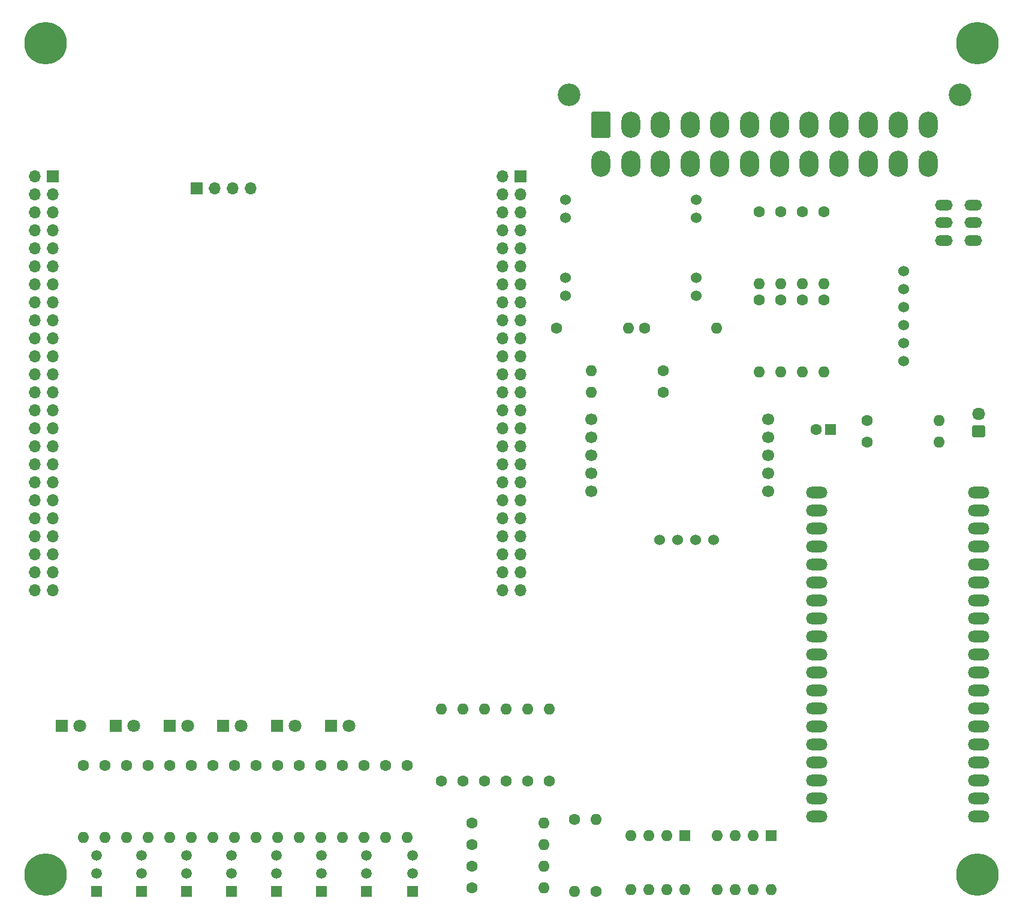
<source format=gbr>
%TF.GenerationSoftware,KiCad,Pcbnew,7.0.7*%
%TF.CreationDate,2023-09-23T19:58:08+09:00*%
%TF.ProjectId,TMA-1,544d412d-312e-46b6-9963-61645f706362,rev?*%
%TF.SameCoordinates,Original*%
%TF.FileFunction,Soldermask,Top*%
%TF.FilePolarity,Negative*%
%FSLAX46Y46*%
G04 Gerber Fmt 4.6, Leading zero omitted, Abs format (unit mm)*
G04 Created by KiCad (PCBNEW 7.0.7) date 2023-09-23 19:58:08*
%MOMM*%
%LPD*%
G01*
G04 APERTURE LIST*
G04 Aperture macros list*
%AMRoundRect*
0 Rectangle with rounded corners*
0 $1 Rounding radius*
0 $2 $3 $4 $5 $6 $7 $8 $9 X,Y pos of 4 corners*
0 Add a 4 corners polygon primitive as box body*
4,1,4,$2,$3,$4,$5,$6,$7,$8,$9,$2,$3,0*
0 Add four circle primitives for the rounded corners*
1,1,$1+$1,$2,$3*
1,1,$1+$1,$4,$5*
1,1,$1+$1,$6,$7*
1,1,$1+$1,$8,$9*
0 Add four rect primitives between the rounded corners*
20,1,$1+$1,$2,$3,$4,$5,0*
20,1,$1+$1,$4,$5,$6,$7,0*
20,1,$1+$1,$6,$7,$8,$9,0*
20,1,$1+$1,$8,$9,$2,$3,0*%
G04 Aperture macros list end*
%ADD10O,1.700000X1.700000*%
%ADD11R,1.700000X1.700000*%
%ADD12O,3.048800X1.626400*%
%ADD13C,1.600000*%
%ADD14O,1.600000X1.600000*%
%ADD15R,1.500000X1.500000*%
%ADD16C,1.500000*%
%ADD17R,1.800000X1.800000*%
%ADD18C,1.800000*%
%ADD19C,1.524000*%
%ADD20R,1.600000X1.600000*%
%ADD21O,2.500000X1.500000*%
%ADD22C,6.000000*%
%ADD23RoundRect,0.250000X0.675000X-0.600000X0.675000X0.600000X-0.675000X0.600000X-0.675000X-0.600000X0*%
%ADD24O,1.850000X1.700000*%
%ADD25C,1.700000*%
%ADD26C,3.200000*%
%ADD27RoundRect,0.250001X-1.099999X-1.599999X1.099999X-1.599999X1.099999X1.599999X-1.099999X1.599999X0*%
%ADD28O,2.700000X3.700000*%
G04 APERTURE END LIST*
D10*
%TO.C,U1*%
X79756000Y-62103000D03*
X145798200Y-74803000D03*
X143258200Y-74803000D03*
X145798200Y-77343000D03*
X143258200Y-77343000D03*
X145798200Y-82423000D03*
X143258200Y-82423000D03*
X145798200Y-84963000D03*
X143258200Y-84963000D03*
X143258200Y-92583000D03*
X143258200Y-100203000D03*
X145798200Y-102743000D03*
X143258200Y-102743000D03*
X145798200Y-105283000D03*
X143258200Y-105283000D03*
X145798200Y-107823000D03*
X143258200Y-107823000D03*
X145798200Y-110363000D03*
X79756000Y-112903000D03*
X77216000Y-110363000D03*
X79756000Y-110363000D03*
X77216000Y-107823000D03*
X79756000Y-107823000D03*
X77216000Y-105283000D03*
X79756000Y-105283000D03*
X77216000Y-102743000D03*
X79756000Y-102743000D03*
X77216000Y-100203000D03*
X77216000Y-97663000D03*
X79756000Y-97663000D03*
X77216000Y-95123000D03*
X79756000Y-95123000D03*
X79756000Y-90043000D03*
X77216000Y-87503000D03*
X77216000Y-84963000D03*
X79756000Y-84963000D03*
X79756000Y-79883000D03*
X77216000Y-77343000D03*
X77216000Y-72263000D03*
X79756000Y-72263000D03*
X79756000Y-59563000D03*
X77216000Y-69723000D03*
X145798200Y-59563000D03*
D11*
X100076000Y-56255500D03*
D10*
X102616000Y-56255500D03*
X105156000Y-56255500D03*
X107696000Y-56255500D03*
X77216000Y-57023000D03*
X77216000Y-59563000D03*
X77216000Y-62103000D03*
X77216000Y-64643000D03*
X77216000Y-67183000D03*
X77216000Y-74803000D03*
X77216000Y-79883000D03*
X77216000Y-82423000D03*
X77216000Y-90043000D03*
X77216000Y-92583000D03*
X77216000Y-112903000D03*
D11*
X79756000Y-54483000D03*
D10*
X79756000Y-57023000D03*
X79756000Y-64643000D03*
X79756000Y-67183000D03*
X79756000Y-69723000D03*
X79756000Y-74803000D03*
X79756000Y-77343000D03*
X79756000Y-82423000D03*
X79756000Y-87503000D03*
X79756000Y-92583000D03*
X79756000Y-100203000D03*
X143258200Y-54483000D03*
X143258200Y-57023000D03*
X143258200Y-59563000D03*
X143258200Y-62103000D03*
X143258200Y-64643000D03*
X143258200Y-67183000D03*
X143258200Y-69723000D03*
X143258200Y-72263000D03*
X143258200Y-79883000D03*
X143258200Y-87503000D03*
X143258200Y-90043000D03*
X143258200Y-95123000D03*
X143258200Y-97663000D03*
X143258200Y-110363000D03*
X143258200Y-112903000D03*
X145798200Y-57023000D03*
X145798200Y-62103000D03*
X145798200Y-64643000D03*
X145798200Y-67183000D03*
X145798200Y-69723000D03*
X145798200Y-72263000D03*
X145798200Y-79883000D03*
X145798200Y-87503000D03*
X145798200Y-90043000D03*
X145798200Y-92583000D03*
X145798200Y-95123000D03*
X145798200Y-97663000D03*
X145798200Y-100203000D03*
X145798200Y-112903000D03*
X77216000Y-54483000D03*
D11*
X145798200Y-54483000D03*
%TD*%
D12*
%TO.C,U2*%
X210439000Y-144867000D03*
X210439000Y-142327000D03*
X210439000Y-111847000D03*
X187579000Y-144867000D03*
X187579000Y-129627000D03*
X187579000Y-111847000D03*
X187579000Y-109307000D03*
X187579000Y-114387000D03*
X187579000Y-122007000D03*
X187579000Y-99147000D03*
X187579000Y-101687000D03*
X187579000Y-104227000D03*
X210439000Y-106767000D03*
X210439000Y-104227000D03*
X210439000Y-101687000D03*
X210439000Y-114387000D03*
X210439000Y-109307000D03*
X210439000Y-116927000D03*
X187579000Y-106767000D03*
X187579000Y-116927000D03*
X187579000Y-119467000D03*
X187579000Y-124547000D03*
X187579000Y-127087000D03*
X187579000Y-132167000D03*
X187579000Y-139787000D03*
X187579000Y-142327000D03*
X210439000Y-124547000D03*
X210439000Y-122007000D03*
X210439000Y-119467000D03*
X210439000Y-129627000D03*
X210439000Y-127087000D03*
X210439000Y-134707000D03*
X210439000Y-132167000D03*
X210439000Y-139787000D03*
X210439000Y-137247000D03*
X187579000Y-134707000D03*
X187579000Y-137247000D03*
X210439000Y-99147000D03*
%TD*%
D13*
%TO.C,R6*%
X149860000Y-139827000D03*
D14*
X149860000Y-129667000D03*
%TD*%
D15*
%TO.C,Q5*%
X111306000Y-155448000D03*
D16*
X111306000Y-152908000D03*
X111306000Y-150368000D03*
%TD*%
D13*
%TO.C,R3*%
X140716000Y-139827000D03*
D14*
X140716000Y-129667000D03*
%TD*%
D13*
%TO.C,R4*%
X143764000Y-139827000D03*
D14*
X143764000Y-129667000D03*
%TD*%
D13*
%TO.C,R18*%
X117602000Y-137668000D03*
D14*
X117602000Y-147828000D03*
%TD*%
D17*
%TO.C,D4*%
X103826000Y-132080000D03*
D18*
X106366000Y-132080000D03*
%TD*%
D13*
%TO.C,R38*%
X138938000Y-154940000D03*
D14*
X149098000Y-154940000D03*
%TD*%
D13*
%TO.C,R19*%
X120650000Y-137668000D03*
D14*
X120650000Y-147828000D03*
%TD*%
D13*
%TO.C,R8*%
X87122000Y-137668000D03*
D14*
X87122000Y-147828000D03*
%TD*%
D13*
%TO.C,R42*%
X194691000Y-92035000D03*
D14*
X204851000Y-92035000D03*
%TD*%
D13*
%TO.C,R31*%
X188671200Y-59537600D03*
D14*
X188671200Y-69697600D03*
%TD*%
D13*
%TO.C,R32*%
X188671200Y-71983600D03*
D14*
X188671200Y-82143600D03*
%TD*%
D17*
%TO.C,D5*%
X111426000Y-132080000D03*
D18*
X113966000Y-132080000D03*
%TD*%
D13*
%TO.C,R37*%
X138938000Y-151892000D03*
D14*
X149098000Y-151892000D03*
%TD*%
D17*
%TO.C,D3*%
X96226000Y-132080000D03*
D18*
X98766000Y-132080000D03*
%TD*%
D13*
%TO.C,R17*%
X114554000Y-137668000D03*
D14*
X114554000Y-147828000D03*
%TD*%
D19*
%TO.C,U7*%
X165450000Y-105867000D03*
X167990000Y-105867000D03*
X170530000Y-105867000D03*
X173070000Y-105867000D03*
%TD*%
D13*
%TO.C,R29*%
X185623200Y-59537600D03*
D14*
X185623200Y-69697600D03*
%TD*%
D13*
%TO.C,R35*%
X153416000Y-145288000D03*
D14*
X153416000Y-155448000D03*
%TD*%
D13*
%TO.C,R9*%
X90170000Y-137668000D03*
D14*
X90170000Y-147828000D03*
%TD*%
D15*
%TO.C,Q6*%
X117656000Y-155448000D03*
D16*
X117656000Y-152908000D03*
X117656000Y-150368000D03*
%TD*%
D15*
%TO.C,Q7*%
X124058000Y-155448000D03*
D16*
X124058000Y-152908000D03*
X124058000Y-150368000D03*
%TD*%
D20*
%TO.C,U5*%
X181219000Y-147584000D03*
D14*
X178679000Y-147584000D03*
X176139000Y-147584000D03*
X173599000Y-147584000D03*
X173599000Y-155204000D03*
X176139000Y-155204000D03*
X178679000Y-155204000D03*
X181219000Y-155204000D03*
%TD*%
D13*
%TO.C,R27*%
X182575200Y-59537600D03*
D14*
X182575200Y-69697600D03*
%TD*%
D13*
%TO.C,R41*%
X194691000Y-88987000D03*
D14*
X204851000Y-88987000D03*
%TD*%
D21*
%TO.C,SW1*%
X205577000Y-63547000D03*
X205577000Y-58547000D03*
X205577000Y-61047000D03*
X209677000Y-63547000D03*
X209677000Y-58547000D03*
X209677000Y-61047000D03*
%TD*%
D13*
%TO.C,R14*%
X105410000Y-137668000D03*
D14*
X105410000Y-147828000D03*
%TD*%
D22*
%TO.C,REF\u002A\u002A*%
X78740000Y-35687000D03*
%TD*%
%TO.C,REF\u002A\u002A*%
X210312000Y-35687000D03*
%TD*%
D13*
%TO.C,R15*%
X108458000Y-137668000D03*
D14*
X108458000Y-147828000D03*
%TD*%
D13*
%TO.C,R24*%
X163322000Y-75946000D03*
D14*
X173482000Y-75946000D03*
%TD*%
D13*
%TO.C,R2*%
X137654000Y-139827000D03*
D14*
X137654000Y-129667000D03*
%TD*%
D19*
%TO.C,U8*%
X199898000Y-80623000D03*
X199898000Y-78083000D03*
X199898000Y-75543000D03*
X199898000Y-73003000D03*
X199898000Y-70463000D03*
X199898000Y-67923000D03*
%TD*%
D22*
%TO.C,REF\u002A\u002A*%
X210312000Y-153035000D03*
%TD*%
D13*
%TO.C,R11*%
X96266000Y-137668000D03*
D14*
X96266000Y-147828000D03*
%TD*%
D13*
%TO.C,R23*%
X150876000Y-75946000D03*
D14*
X161036000Y-75946000D03*
%TD*%
D13*
%TO.C,R21*%
X126746000Y-137668000D03*
D14*
X126746000Y-147828000D03*
%TD*%
D13*
%TO.C,R26*%
X179527200Y-71983600D03*
D14*
X179527200Y-82143600D03*
%TD*%
D15*
%TO.C,Q2*%
X92308000Y-155448000D03*
D16*
X92308000Y-152908000D03*
X92308000Y-150368000D03*
%TD*%
D13*
%TO.C,R13*%
X102362000Y-137668000D03*
D14*
X102362000Y-147828000D03*
%TD*%
D13*
%TO.C,R30*%
X185623200Y-71983600D03*
D14*
X185623200Y-82143600D03*
%TD*%
D23*
%TO.C,J2*%
X210439000Y-90511000D03*
D24*
X210439000Y-88011000D03*
%TD*%
D13*
%TO.C,R33*%
X138938000Y-145796000D03*
D14*
X149098000Y-145796000D03*
%TD*%
D15*
%TO.C,Q3*%
X98658000Y-155448000D03*
D16*
X98658000Y-152908000D03*
X98658000Y-150368000D03*
%TD*%
D13*
%TO.C,R28*%
X182575200Y-71983600D03*
D14*
X182575200Y-82143600D03*
%TD*%
D13*
%TO.C,R5*%
X146812000Y-139827000D03*
D14*
X146812000Y-129667000D03*
%TD*%
D13*
%TO.C,R40*%
X165959000Y-81915000D03*
D14*
X155799000Y-81915000D03*
%TD*%
D15*
%TO.C,Q8*%
X130512000Y-155448000D03*
D16*
X130512000Y-152908000D03*
X130512000Y-150368000D03*
%TD*%
D13*
%TO.C,R36*%
X156464000Y-155448000D03*
D14*
X156464000Y-145288000D03*
%TD*%
D13*
%TO.C,R25*%
X179527200Y-59537600D03*
D14*
X179527200Y-69697600D03*
%TD*%
D13*
%TO.C,R10*%
X93218000Y-137668000D03*
D14*
X93218000Y-147828000D03*
%TD*%
D25*
%TO.C,U6*%
X180775000Y-91313000D03*
X180775000Y-93853000D03*
X180775000Y-96393000D03*
X180775000Y-98933000D03*
X155775000Y-98933000D03*
X155775000Y-96393000D03*
X155775000Y-93853000D03*
X155775000Y-91313000D03*
X155775000Y-88773000D03*
X180775000Y-88773000D03*
%TD*%
D17*
%TO.C,D2*%
X88626000Y-132080000D03*
D18*
X91166000Y-132080000D03*
%TD*%
D17*
%TO.C,D1*%
X81026000Y-132080000D03*
D18*
X83566000Y-132080000D03*
%TD*%
D26*
%TO.C,J1*%
X152636000Y-43044000D03*
X207836000Y-43044000D03*
D27*
X157136000Y-47244000D03*
D28*
X161336000Y-47244000D03*
X165536000Y-47244000D03*
X169736000Y-47244000D03*
X173936000Y-47244000D03*
X178136000Y-47244000D03*
X182336000Y-47244000D03*
X186536000Y-47244000D03*
X190736000Y-47244000D03*
X194936000Y-47244000D03*
X199136000Y-47244000D03*
X203336000Y-47244000D03*
X157136000Y-52744000D03*
X161336000Y-52744000D03*
X165536000Y-52744000D03*
X169736000Y-52744000D03*
X173936000Y-52744000D03*
X178136000Y-52744000D03*
X182336000Y-52744000D03*
X186536000Y-52744000D03*
X190736000Y-52744000D03*
X194936000Y-52744000D03*
X199136000Y-52744000D03*
X203336000Y-52744000D03*
%TD*%
D20*
%TO.C,U4*%
X169027000Y-147584000D03*
D14*
X166487000Y-147584000D03*
X163947000Y-147584000D03*
X161407000Y-147584000D03*
X161407000Y-155204000D03*
X163947000Y-155204000D03*
X166487000Y-155204000D03*
X169027000Y-155204000D03*
%TD*%
D13*
%TO.C,R1*%
X134620000Y-139827000D03*
D14*
X134620000Y-129667000D03*
%TD*%
D13*
%TO.C,R39*%
X165959000Y-84963000D03*
D14*
X155799000Y-84963000D03*
%TD*%
D13*
%TO.C,R20*%
X123698000Y-137668000D03*
D14*
X123698000Y-147828000D03*
%TD*%
D19*
%TO.C,U3*%
X170606000Y-57848500D03*
X170606000Y-60388500D03*
X170606000Y-68788500D03*
X170606000Y-71328500D03*
X152146000Y-57848500D03*
X152146000Y-60388500D03*
X152146000Y-68788500D03*
X152146000Y-71328500D03*
%TD*%
D15*
%TO.C,Q4*%
X105008000Y-155448000D03*
D16*
X105008000Y-152908000D03*
X105008000Y-150368000D03*
%TD*%
D20*
%TO.C,C2*%
X189550113Y-90257000D03*
D13*
X187550113Y-90257000D03*
%TD*%
%TO.C,R22*%
X129794000Y-137668000D03*
D14*
X129794000Y-147828000D03*
%TD*%
D22*
%TO.C,REF\u002A\u002A*%
X78740000Y-153035000D03*
%TD*%
D17*
%TO.C,D6*%
X119026000Y-132080000D03*
D18*
X121566000Y-132080000D03*
%TD*%
D13*
%TO.C,R16*%
X111506000Y-137668000D03*
D14*
X111506000Y-147828000D03*
%TD*%
D13*
%TO.C,R34*%
X138938000Y-148844000D03*
D14*
X149098000Y-148844000D03*
%TD*%
D13*
%TO.C,R7*%
X84074000Y-137668000D03*
D14*
X84074000Y-147828000D03*
%TD*%
D13*
%TO.C,R12*%
X99314000Y-137668000D03*
D14*
X99314000Y-147828000D03*
%TD*%
D15*
%TO.C,Q1*%
X85958000Y-155448000D03*
D16*
X85958000Y-152908000D03*
X85958000Y-150368000D03*
%TD*%
M02*

</source>
